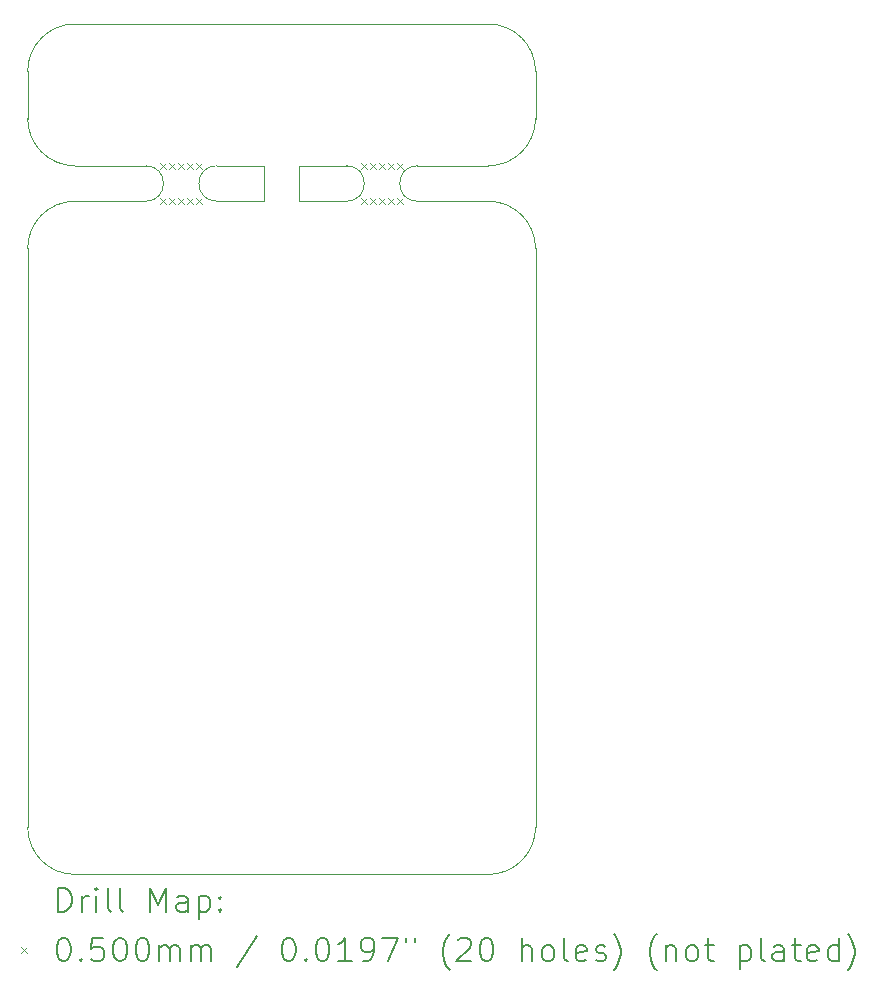
<source format=gbr>
%TF.GenerationSoftware,KiCad,Pcbnew,8.0.5*%
%TF.CreationDate,2025-01-18T12:13:10+01:00*%
%TF.ProjectId,Floppy voltmeter clock,466c6f70-7079-4207-966f-6c746d657465,1.0*%
%TF.SameCoordinates,Original*%
%TF.FileFunction,Drillmap*%
%TF.FilePolarity,Positive*%
%FSLAX45Y45*%
G04 Gerber Fmt 4.5, Leading zero omitted, Abs format (unit mm)*
G04 Created by KiCad (PCBNEW 8.0.5) date 2025-01-18 12:13:10*
%MOMM*%
%LPD*%
G01*
G04 APERTURE LIST*
%ADD10C,0.050000*%
%ADD11C,0.120000*%
%ADD12C,0.200000*%
%ADD13C,0.100000*%
G04 APERTURE END LIST*
D10*
X19700000Y-8300000D02*
X19700000Y-8000000D01*
X18100000Y-8000000D02*
G75*
G02*
X17700000Y-7600000I0J400000D01*
G01*
X21600000Y-6800000D02*
G75*
G02*
X22000000Y-7200000I0J-400000D01*
G01*
X18100000Y-14000000D02*
G75*
G02*
X17700000Y-13600000I0J400000D01*
G01*
X21000000Y-8000000D02*
X21600000Y-8000000D01*
X21600000Y-14000000D02*
X18100000Y-14000000D01*
X17700000Y-8700000D02*
G75*
G02*
X18100000Y-8300000I400000J0D01*
G01*
X22000000Y-7200000D02*
X22000000Y-7600000D01*
X19300000Y-8300000D02*
X19700000Y-8300000D01*
X22000000Y-7600000D02*
G75*
G02*
X21600000Y-8000000I-400000J0D01*
G01*
X22000000Y-13600000D02*
X22000000Y-8700000D01*
X21600000Y-6800000D02*
X18100000Y-6800000D01*
X22000000Y-13600000D02*
G75*
G02*
X21600000Y-14000000I-400000J0D01*
G01*
X18100000Y-8000000D02*
X18700000Y-8000000D01*
X20000000Y-8000000D02*
X20000000Y-8300000D01*
X17700000Y-8700000D02*
X17700000Y-13600000D01*
X17700000Y-7200000D02*
X17700000Y-7600000D01*
X19700000Y-8000000D02*
X19300000Y-8000000D01*
X20000000Y-8300000D02*
X20400000Y-8300000D01*
X21600000Y-8300000D02*
X21000000Y-8300000D01*
X21600000Y-8300000D02*
G75*
G02*
X22000000Y-8700000I0J-400000D01*
G01*
X20400000Y-8000000D02*
X20000000Y-8000000D01*
X18700000Y-8300000D02*
X18100000Y-8300000D01*
X17700000Y-7200000D02*
G75*
G02*
X18100000Y-6800000I400000J0D01*
G01*
D11*
X20400000Y-8000000D02*
G75*
G02*
X20400000Y-8300000I0J-150000D01*
G01*
X21000000Y-8300000D02*
G75*
G02*
X21000000Y-8000000I0J150000D01*
G01*
X18700000Y-8000000D02*
G75*
G02*
X18700000Y-8300000I0J-150000D01*
G01*
X19300000Y-8300000D02*
G75*
G02*
X19300000Y-8000000I0J150000D01*
G01*
D12*
D13*
X18823800Y-7975000D02*
X18873800Y-8025000D01*
X18873800Y-7975000D02*
X18823800Y-8025000D01*
X18823800Y-8275000D02*
X18873800Y-8325000D01*
X18873800Y-8275000D02*
X18823800Y-8325000D01*
X18898800Y-8275000D02*
X18948800Y-8325000D01*
X18948800Y-8275000D02*
X18898800Y-8325000D01*
X18900000Y-7975000D02*
X18950000Y-8025000D01*
X18950000Y-7975000D02*
X18900000Y-8025000D01*
X18975000Y-7975000D02*
X19025000Y-8025000D01*
X19025000Y-7975000D02*
X18975000Y-8025000D01*
X18975000Y-8275000D02*
X19025000Y-8325000D01*
X19025000Y-8275000D02*
X18975000Y-8325000D01*
X19050000Y-7975000D02*
X19100000Y-8025000D01*
X19100000Y-7975000D02*
X19050000Y-8025000D01*
X19050000Y-8275000D02*
X19100000Y-8325000D01*
X19100000Y-8275000D02*
X19050000Y-8325000D01*
X19127400Y-7975000D02*
X19177400Y-8025000D01*
X19177400Y-7975000D02*
X19127400Y-8025000D01*
X19127400Y-8275000D02*
X19177400Y-8325000D01*
X19177400Y-8275000D02*
X19127400Y-8325000D01*
X20523800Y-7975000D02*
X20573800Y-8025000D01*
X20573800Y-7975000D02*
X20523800Y-8025000D01*
X20523800Y-8275000D02*
X20573800Y-8325000D01*
X20573800Y-8275000D02*
X20523800Y-8325000D01*
X20598800Y-8275000D02*
X20648800Y-8325000D01*
X20648800Y-8275000D02*
X20598800Y-8325000D01*
X20600000Y-7975000D02*
X20650000Y-8025000D01*
X20650000Y-7975000D02*
X20600000Y-8025000D01*
X20675000Y-7975000D02*
X20725000Y-8025000D01*
X20725000Y-7975000D02*
X20675000Y-8025000D01*
X20675000Y-8275000D02*
X20725000Y-8325000D01*
X20725000Y-8275000D02*
X20675000Y-8325000D01*
X20750000Y-7975000D02*
X20800000Y-8025000D01*
X20800000Y-7975000D02*
X20750000Y-8025000D01*
X20750000Y-8275000D02*
X20800000Y-8325000D01*
X20800000Y-8275000D02*
X20750000Y-8325000D01*
X20827400Y-7975000D02*
X20877400Y-8025000D01*
X20877400Y-7975000D02*
X20827400Y-8025000D01*
X20827400Y-8275000D02*
X20877400Y-8325000D01*
X20877400Y-8275000D02*
X20827400Y-8325000D01*
D12*
X17958277Y-14313984D02*
X17958277Y-14113984D01*
X17958277Y-14113984D02*
X18005896Y-14113984D01*
X18005896Y-14113984D02*
X18034467Y-14123508D01*
X18034467Y-14123508D02*
X18053515Y-14142555D01*
X18053515Y-14142555D02*
X18063039Y-14161603D01*
X18063039Y-14161603D02*
X18072563Y-14199698D01*
X18072563Y-14199698D02*
X18072563Y-14228269D01*
X18072563Y-14228269D02*
X18063039Y-14266365D01*
X18063039Y-14266365D02*
X18053515Y-14285412D01*
X18053515Y-14285412D02*
X18034467Y-14304460D01*
X18034467Y-14304460D02*
X18005896Y-14313984D01*
X18005896Y-14313984D02*
X17958277Y-14313984D01*
X18158277Y-14313984D02*
X18158277Y-14180650D01*
X18158277Y-14218746D02*
X18167801Y-14199698D01*
X18167801Y-14199698D02*
X18177324Y-14190174D01*
X18177324Y-14190174D02*
X18196372Y-14180650D01*
X18196372Y-14180650D02*
X18215420Y-14180650D01*
X18282086Y-14313984D02*
X18282086Y-14180650D01*
X18282086Y-14113984D02*
X18272563Y-14123508D01*
X18272563Y-14123508D02*
X18282086Y-14133031D01*
X18282086Y-14133031D02*
X18291610Y-14123508D01*
X18291610Y-14123508D02*
X18282086Y-14113984D01*
X18282086Y-14113984D02*
X18282086Y-14133031D01*
X18405896Y-14313984D02*
X18386848Y-14304460D01*
X18386848Y-14304460D02*
X18377324Y-14285412D01*
X18377324Y-14285412D02*
X18377324Y-14113984D01*
X18510658Y-14313984D02*
X18491610Y-14304460D01*
X18491610Y-14304460D02*
X18482086Y-14285412D01*
X18482086Y-14285412D02*
X18482086Y-14113984D01*
X18739229Y-14313984D02*
X18739229Y-14113984D01*
X18739229Y-14113984D02*
X18805896Y-14256841D01*
X18805896Y-14256841D02*
X18872563Y-14113984D01*
X18872563Y-14113984D02*
X18872563Y-14313984D01*
X19053515Y-14313984D02*
X19053515Y-14209222D01*
X19053515Y-14209222D02*
X19043991Y-14190174D01*
X19043991Y-14190174D02*
X19024944Y-14180650D01*
X19024944Y-14180650D02*
X18986848Y-14180650D01*
X18986848Y-14180650D02*
X18967801Y-14190174D01*
X19053515Y-14304460D02*
X19034467Y-14313984D01*
X19034467Y-14313984D02*
X18986848Y-14313984D01*
X18986848Y-14313984D02*
X18967801Y-14304460D01*
X18967801Y-14304460D02*
X18958277Y-14285412D01*
X18958277Y-14285412D02*
X18958277Y-14266365D01*
X18958277Y-14266365D02*
X18967801Y-14247317D01*
X18967801Y-14247317D02*
X18986848Y-14237793D01*
X18986848Y-14237793D02*
X19034467Y-14237793D01*
X19034467Y-14237793D02*
X19053515Y-14228269D01*
X19148753Y-14180650D02*
X19148753Y-14380650D01*
X19148753Y-14190174D02*
X19167801Y-14180650D01*
X19167801Y-14180650D02*
X19205896Y-14180650D01*
X19205896Y-14180650D02*
X19224944Y-14190174D01*
X19224944Y-14190174D02*
X19234467Y-14199698D01*
X19234467Y-14199698D02*
X19243991Y-14218746D01*
X19243991Y-14218746D02*
X19243991Y-14275888D01*
X19243991Y-14275888D02*
X19234467Y-14294936D01*
X19234467Y-14294936D02*
X19224944Y-14304460D01*
X19224944Y-14304460D02*
X19205896Y-14313984D01*
X19205896Y-14313984D02*
X19167801Y-14313984D01*
X19167801Y-14313984D02*
X19148753Y-14304460D01*
X19329705Y-14294936D02*
X19339229Y-14304460D01*
X19339229Y-14304460D02*
X19329705Y-14313984D01*
X19329705Y-14313984D02*
X19320182Y-14304460D01*
X19320182Y-14304460D02*
X19329705Y-14294936D01*
X19329705Y-14294936D02*
X19329705Y-14313984D01*
X19329705Y-14190174D02*
X19339229Y-14199698D01*
X19339229Y-14199698D02*
X19329705Y-14209222D01*
X19329705Y-14209222D02*
X19320182Y-14199698D01*
X19320182Y-14199698D02*
X19329705Y-14190174D01*
X19329705Y-14190174D02*
X19329705Y-14209222D01*
D13*
X17647500Y-14617500D02*
X17697500Y-14667500D01*
X17697500Y-14617500D02*
X17647500Y-14667500D01*
D12*
X17996372Y-14533984D02*
X18015420Y-14533984D01*
X18015420Y-14533984D02*
X18034467Y-14543508D01*
X18034467Y-14543508D02*
X18043991Y-14553031D01*
X18043991Y-14553031D02*
X18053515Y-14572079D01*
X18053515Y-14572079D02*
X18063039Y-14610174D01*
X18063039Y-14610174D02*
X18063039Y-14657793D01*
X18063039Y-14657793D02*
X18053515Y-14695888D01*
X18053515Y-14695888D02*
X18043991Y-14714936D01*
X18043991Y-14714936D02*
X18034467Y-14724460D01*
X18034467Y-14724460D02*
X18015420Y-14733984D01*
X18015420Y-14733984D02*
X17996372Y-14733984D01*
X17996372Y-14733984D02*
X17977324Y-14724460D01*
X17977324Y-14724460D02*
X17967801Y-14714936D01*
X17967801Y-14714936D02*
X17958277Y-14695888D01*
X17958277Y-14695888D02*
X17948753Y-14657793D01*
X17948753Y-14657793D02*
X17948753Y-14610174D01*
X17948753Y-14610174D02*
X17958277Y-14572079D01*
X17958277Y-14572079D02*
X17967801Y-14553031D01*
X17967801Y-14553031D02*
X17977324Y-14543508D01*
X17977324Y-14543508D02*
X17996372Y-14533984D01*
X18148753Y-14714936D02*
X18158277Y-14724460D01*
X18158277Y-14724460D02*
X18148753Y-14733984D01*
X18148753Y-14733984D02*
X18139229Y-14724460D01*
X18139229Y-14724460D02*
X18148753Y-14714936D01*
X18148753Y-14714936D02*
X18148753Y-14733984D01*
X18339229Y-14533984D02*
X18243991Y-14533984D01*
X18243991Y-14533984D02*
X18234467Y-14629222D01*
X18234467Y-14629222D02*
X18243991Y-14619698D01*
X18243991Y-14619698D02*
X18263039Y-14610174D01*
X18263039Y-14610174D02*
X18310658Y-14610174D01*
X18310658Y-14610174D02*
X18329705Y-14619698D01*
X18329705Y-14619698D02*
X18339229Y-14629222D01*
X18339229Y-14629222D02*
X18348753Y-14648269D01*
X18348753Y-14648269D02*
X18348753Y-14695888D01*
X18348753Y-14695888D02*
X18339229Y-14714936D01*
X18339229Y-14714936D02*
X18329705Y-14724460D01*
X18329705Y-14724460D02*
X18310658Y-14733984D01*
X18310658Y-14733984D02*
X18263039Y-14733984D01*
X18263039Y-14733984D02*
X18243991Y-14724460D01*
X18243991Y-14724460D02*
X18234467Y-14714936D01*
X18472563Y-14533984D02*
X18491610Y-14533984D01*
X18491610Y-14533984D02*
X18510658Y-14543508D01*
X18510658Y-14543508D02*
X18520182Y-14553031D01*
X18520182Y-14553031D02*
X18529705Y-14572079D01*
X18529705Y-14572079D02*
X18539229Y-14610174D01*
X18539229Y-14610174D02*
X18539229Y-14657793D01*
X18539229Y-14657793D02*
X18529705Y-14695888D01*
X18529705Y-14695888D02*
X18520182Y-14714936D01*
X18520182Y-14714936D02*
X18510658Y-14724460D01*
X18510658Y-14724460D02*
X18491610Y-14733984D01*
X18491610Y-14733984D02*
X18472563Y-14733984D01*
X18472563Y-14733984D02*
X18453515Y-14724460D01*
X18453515Y-14724460D02*
X18443991Y-14714936D01*
X18443991Y-14714936D02*
X18434467Y-14695888D01*
X18434467Y-14695888D02*
X18424944Y-14657793D01*
X18424944Y-14657793D02*
X18424944Y-14610174D01*
X18424944Y-14610174D02*
X18434467Y-14572079D01*
X18434467Y-14572079D02*
X18443991Y-14553031D01*
X18443991Y-14553031D02*
X18453515Y-14543508D01*
X18453515Y-14543508D02*
X18472563Y-14533984D01*
X18663039Y-14533984D02*
X18682086Y-14533984D01*
X18682086Y-14533984D02*
X18701134Y-14543508D01*
X18701134Y-14543508D02*
X18710658Y-14553031D01*
X18710658Y-14553031D02*
X18720182Y-14572079D01*
X18720182Y-14572079D02*
X18729705Y-14610174D01*
X18729705Y-14610174D02*
X18729705Y-14657793D01*
X18729705Y-14657793D02*
X18720182Y-14695888D01*
X18720182Y-14695888D02*
X18710658Y-14714936D01*
X18710658Y-14714936D02*
X18701134Y-14724460D01*
X18701134Y-14724460D02*
X18682086Y-14733984D01*
X18682086Y-14733984D02*
X18663039Y-14733984D01*
X18663039Y-14733984D02*
X18643991Y-14724460D01*
X18643991Y-14724460D02*
X18634467Y-14714936D01*
X18634467Y-14714936D02*
X18624944Y-14695888D01*
X18624944Y-14695888D02*
X18615420Y-14657793D01*
X18615420Y-14657793D02*
X18615420Y-14610174D01*
X18615420Y-14610174D02*
X18624944Y-14572079D01*
X18624944Y-14572079D02*
X18634467Y-14553031D01*
X18634467Y-14553031D02*
X18643991Y-14543508D01*
X18643991Y-14543508D02*
X18663039Y-14533984D01*
X18815420Y-14733984D02*
X18815420Y-14600650D01*
X18815420Y-14619698D02*
X18824944Y-14610174D01*
X18824944Y-14610174D02*
X18843991Y-14600650D01*
X18843991Y-14600650D02*
X18872563Y-14600650D01*
X18872563Y-14600650D02*
X18891610Y-14610174D01*
X18891610Y-14610174D02*
X18901134Y-14629222D01*
X18901134Y-14629222D02*
X18901134Y-14733984D01*
X18901134Y-14629222D02*
X18910658Y-14610174D01*
X18910658Y-14610174D02*
X18929705Y-14600650D01*
X18929705Y-14600650D02*
X18958277Y-14600650D01*
X18958277Y-14600650D02*
X18977325Y-14610174D01*
X18977325Y-14610174D02*
X18986848Y-14629222D01*
X18986848Y-14629222D02*
X18986848Y-14733984D01*
X19082086Y-14733984D02*
X19082086Y-14600650D01*
X19082086Y-14619698D02*
X19091610Y-14610174D01*
X19091610Y-14610174D02*
X19110658Y-14600650D01*
X19110658Y-14600650D02*
X19139229Y-14600650D01*
X19139229Y-14600650D02*
X19158277Y-14610174D01*
X19158277Y-14610174D02*
X19167801Y-14629222D01*
X19167801Y-14629222D02*
X19167801Y-14733984D01*
X19167801Y-14629222D02*
X19177325Y-14610174D01*
X19177325Y-14610174D02*
X19196372Y-14600650D01*
X19196372Y-14600650D02*
X19224944Y-14600650D01*
X19224944Y-14600650D02*
X19243991Y-14610174D01*
X19243991Y-14610174D02*
X19253515Y-14629222D01*
X19253515Y-14629222D02*
X19253515Y-14733984D01*
X19643991Y-14524460D02*
X19472563Y-14781603D01*
X19901134Y-14533984D02*
X19920182Y-14533984D01*
X19920182Y-14533984D02*
X19939229Y-14543508D01*
X19939229Y-14543508D02*
X19948753Y-14553031D01*
X19948753Y-14553031D02*
X19958277Y-14572079D01*
X19958277Y-14572079D02*
X19967801Y-14610174D01*
X19967801Y-14610174D02*
X19967801Y-14657793D01*
X19967801Y-14657793D02*
X19958277Y-14695888D01*
X19958277Y-14695888D02*
X19948753Y-14714936D01*
X19948753Y-14714936D02*
X19939229Y-14724460D01*
X19939229Y-14724460D02*
X19920182Y-14733984D01*
X19920182Y-14733984D02*
X19901134Y-14733984D01*
X19901134Y-14733984D02*
X19882087Y-14724460D01*
X19882087Y-14724460D02*
X19872563Y-14714936D01*
X19872563Y-14714936D02*
X19863039Y-14695888D01*
X19863039Y-14695888D02*
X19853515Y-14657793D01*
X19853515Y-14657793D02*
X19853515Y-14610174D01*
X19853515Y-14610174D02*
X19863039Y-14572079D01*
X19863039Y-14572079D02*
X19872563Y-14553031D01*
X19872563Y-14553031D02*
X19882087Y-14543508D01*
X19882087Y-14543508D02*
X19901134Y-14533984D01*
X20053515Y-14714936D02*
X20063039Y-14724460D01*
X20063039Y-14724460D02*
X20053515Y-14733984D01*
X20053515Y-14733984D02*
X20043991Y-14724460D01*
X20043991Y-14724460D02*
X20053515Y-14714936D01*
X20053515Y-14714936D02*
X20053515Y-14733984D01*
X20186848Y-14533984D02*
X20205896Y-14533984D01*
X20205896Y-14533984D02*
X20224944Y-14543508D01*
X20224944Y-14543508D02*
X20234468Y-14553031D01*
X20234468Y-14553031D02*
X20243991Y-14572079D01*
X20243991Y-14572079D02*
X20253515Y-14610174D01*
X20253515Y-14610174D02*
X20253515Y-14657793D01*
X20253515Y-14657793D02*
X20243991Y-14695888D01*
X20243991Y-14695888D02*
X20234468Y-14714936D01*
X20234468Y-14714936D02*
X20224944Y-14724460D01*
X20224944Y-14724460D02*
X20205896Y-14733984D01*
X20205896Y-14733984D02*
X20186848Y-14733984D01*
X20186848Y-14733984D02*
X20167801Y-14724460D01*
X20167801Y-14724460D02*
X20158277Y-14714936D01*
X20158277Y-14714936D02*
X20148753Y-14695888D01*
X20148753Y-14695888D02*
X20139229Y-14657793D01*
X20139229Y-14657793D02*
X20139229Y-14610174D01*
X20139229Y-14610174D02*
X20148753Y-14572079D01*
X20148753Y-14572079D02*
X20158277Y-14553031D01*
X20158277Y-14553031D02*
X20167801Y-14543508D01*
X20167801Y-14543508D02*
X20186848Y-14533984D01*
X20443991Y-14733984D02*
X20329706Y-14733984D01*
X20386848Y-14733984D02*
X20386848Y-14533984D01*
X20386848Y-14533984D02*
X20367801Y-14562555D01*
X20367801Y-14562555D02*
X20348753Y-14581603D01*
X20348753Y-14581603D02*
X20329706Y-14591127D01*
X20539229Y-14733984D02*
X20577325Y-14733984D01*
X20577325Y-14733984D02*
X20596372Y-14724460D01*
X20596372Y-14724460D02*
X20605896Y-14714936D01*
X20605896Y-14714936D02*
X20624944Y-14686365D01*
X20624944Y-14686365D02*
X20634468Y-14648269D01*
X20634468Y-14648269D02*
X20634468Y-14572079D01*
X20634468Y-14572079D02*
X20624944Y-14553031D01*
X20624944Y-14553031D02*
X20615420Y-14543508D01*
X20615420Y-14543508D02*
X20596372Y-14533984D01*
X20596372Y-14533984D02*
X20558277Y-14533984D01*
X20558277Y-14533984D02*
X20539229Y-14543508D01*
X20539229Y-14543508D02*
X20529706Y-14553031D01*
X20529706Y-14553031D02*
X20520182Y-14572079D01*
X20520182Y-14572079D02*
X20520182Y-14619698D01*
X20520182Y-14619698D02*
X20529706Y-14638746D01*
X20529706Y-14638746D02*
X20539229Y-14648269D01*
X20539229Y-14648269D02*
X20558277Y-14657793D01*
X20558277Y-14657793D02*
X20596372Y-14657793D01*
X20596372Y-14657793D02*
X20615420Y-14648269D01*
X20615420Y-14648269D02*
X20624944Y-14638746D01*
X20624944Y-14638746D02*
X20634468Y-14619698D01*
X20701134Y-14533984D02*
X20834468Y-14533984D01*
X20834468Y-14533984D02*
X20748753Y-14733984D01*
X20901134Y-14533984D02*
X20901134Y-14572079D01*
X20977325Y-14533984D02*
X20977325Y-14572079D01*
X21272563Y-14810174D02*
X21263039Y-14800650D01*
X21263039Y-14800650D02*
X21243991Y-14772079D01*
X21243991Y-14772079D02*
X21234468Y-14753031D01*
X21234468Y-14753031D02*
X21224944Y-14724460D01*
X21224944Y-14724460D02*
X21215420Y-14676841D01*
X21215420Y-14676841D02*
X21215420Y-14638746D01*
X21215420Y-14638746D02*
X21224944Y-14591127D01*
X21224944Y-14591127D02*
X21234468Y-14562555D01*
X21234468Y-14562555D02*
X21243991Y-14543508D01*
X21243991Y-14543508D02*
X21263039Y-14514936D01*
X21263039Y-14514936D02*
X21272563Y-14505412D01*
X21339230Y-14553031D02*
X21348753Y-14543508D01*
X21348753Y-14543508D02*
X21367801Y-14533984D01*
X21367801Y-14533984D02*
X21415420Y-14533984D01*
X21415420Y-14533984D02*
X21434468Y-14543508D01*
X21434468Y-14543508D02*
X21443991Y-14553031D01*
X21443991Y-14553031D02*
X21453515Y-14572079D01*
X21453515Y-14572079D02*
X21453515Y-14591127D01*
X21453515Y-14591127D02*
X21443991Y-14619698D01*
X21443991Y-14619698D02*
X21329706Y-14733984D01*
X21329706Y-14733984D02*
X21453515Y-14733984D01*
X21577325Y-14533984D02*
X21596372Y-14533984D01*
X21596372Y-14533984D02*
X21615420Y-14543508D01*
X21615420Y-14543508D02*
X21624944Y-14553031D01*
X21624944Y-14553031D02*
X21634468Y-14572079D01*
X21634468Y-14572079D02*
X21643991Y-14610174D01*
X21643991Y-14610174D02*
X21643991Y-14657793D01*
X21643991Y-14657793D02*
X21634468Y-14695888D01*
X21634468Y-14695888D02*
X21624944Y-14714936D01*
X21624944Y-14714936D02*
X21615420Y-14724460D01*
X21615420Y-14724460D02*
X21596372Y-14733984D01*
X21596372Y-14733984D02*
X21577325Y-14733984D01*
X21577325Y-14733984D02*
X21558277Y-14724460D01*
X21558277Y-14724460D02*
X21548753Y-14714936D01*
X21548753Y-14714936D02*
X21539230Y-14695888D01*
X21539230Y-14695888D02*
X21529706Y-14657793D01*
X21529706Y-14657793D02*
X21529706Y-14610174D01*
X21529706Y-14610174D02*
X21539230Y-14572079D01*
X21539230Y-14572079D02*
X21548753Y-14553031D01*
X21548753Y-14553031D02*
X21558277Y-14543508D01*
X21558277Y-14543508D02*
X21577325Y-14533984D01*
X21882087Y-14733984D02*
X21882087Y-14533984D01*
X21967801Y-14733984D02*
X21967801Y-14629222D01*
X21967801Y-14629222D02*
X21958277Y-14610174D01*
X21958277Y-14610174D02*
X21939230Y-14600650D01*
X21939230Y-14600650D02*
X21910658Y-14600650D01*
X21910658Y-14600650D02*
X21891611Y-14610174D01*
X21891611Y-14610174D02*
X21882087Y-14619698D01*
X22091611Y-14733984D02*
X22072563Y-14724460D01*
X22072563Y-14724460D02*
X22063039Y-14714936D01*
X22063039Y-14714936D02*
X22053515Y-14695888D01*
X22053515Y-14695888D02*
X22053515Y-14638746D01*
X22053515Y-14638746D02*
X22063039Y-14619698D01*
X22063039Y-14619698D02*
X22072563Y-14610174D01*
X22072563Y-14610174D02*
X22091611Y-14600650D01*
X22091611Y-14600650D02*
X22120182Y-14600650D01*
X22120182Y-14600650D02*
X22139230Y-14610174D01*
X22139230Y-14610174D02*
X22148753Y-14619698D01*
X22148753Y-14619698D02*
X22158277Y-14638746D01*
X22158277Y-14638746D02*
X22158277Y-14695888D01*
X22158277Y-14695888D02*
X22148753Y-14714936D01*
X22148753Y-14714936D02*
X22139230Y-14724460D01*
X22139230Y-14724460D02*
X22120182Y-14733984D01*
X22120182Y-14733984D02*
X22091611Y-14733984D01*
X22272563Y-14733984D02*
X22253515Y-14724460D01*
X22253515Y-14724460D02*
X22243992Y-14705412D01*
X22243992Y-14705412D02*
X22243992Y-14533984D01*
X22424944Y-14724460D02*
X22405896Y-14733984D01*
X22405896Y-14733984D02*
X22367801Y-14733984D01*
X22367801Y-14733984D02*
X22348753Y-14724460D01*
X22348753Y-14724460D02*
X22339230Y-14705412D01*
X22339230Y-14705412D02*
X22339230Y-14629222D01*
X22339230Y-14629222D02*
X22348753Y-14610174D01*
X22348753Y-14610174D02*
X22367801Y-14600650D01*
X22367801Y-14600650D02*
X22405896Y-14600650D01*
X22405896Y-14600650D02*
X22424944Y-14610174D01*
X22424944Y-14610174D02*
X22434468Y-14629222D01*
X22434468Y-14629222D02*
X22434468Y-14648269D01*
X22434468Y-14648269D02*
X22339230Y-14667317D01*
X22510658Y-14724460D02*
X22529706Y-14733984D01*
X22529706Y-14733984D02*
X22567801Y-14733984D01*
X22567801Y-14733984D02*
X22586849Y-14724460D01*
X22586849Y-14724460D02*
X22596372Y-14705412D01*
X22596372Y-14705412D02*
X22596372Y-14695888D01*
X22596372Y-14695888D02*
X22586849Y-14676841D01*
X22586849Y-14676841D02*
X22567801Y-14667317D01*
X22567801Y-14667317D02*
X22539230Y-14667317D01*
X22539230Y-14667317D02*
X22520182Y-14657793D01*
X22520182Y-14657793D02*
X22510658Y-14638746D01*
X22510658Y-14638746D02*
X22510658Y-14629222D01*
X22510658Y-14629222D02*
X22520182Y-14610174D01*
X22520182Y-14610174D02*
X22539230Y-14600650D01*
X22539230Y-14600650D02*
X22567801Y-14600650D01*
X22567801Y-14600650D02*
X22586849Y-14610174D01*
X22663039Y-14810174D02*
X22672563Y-14800650D01*
X22672563Y-14800650D02*
X22691611Y-14772079D01*
X22691611Y-14772079D02*
X22701134Y-14753031D01*
X22701134Y-14753031D02*
X22710658Y-14724460D01*
X22710658Y-14724460D02*
X22720182Y-14676841D01*
X22720182Y-14676841D02*
X22720182Y-14638746D01*
X22720182Y-14638746D02*
X22710658Y-14591127D01*
X22710658Y-14591127D02*
X22701134Y-14562555D01*
X22701134Y-14562555D02*
X22691611Y-14543508D01*
X22691611Y-14543508D02*
X22672563Y-14514936D01*
X22672563Y-14514936D02*
X22663039Y-14505412D01*
X23024944Y-14810174D02*
X23015420Y-14800650D01*
X23015420Y-14800650D02*
X22996372Y-14772079D01*
X22996372Y-14772079D02*
X22986849Y-14753031D01*
X22986849Y-14753031D02*
X22977325Y-14724460D01*
X22977325Y-14724460D02*
X22967801Y-14676841D01*
X22967801Y-14676841D02*
X22967801Y-14638746D01*
X22967801Y-14638746D02*
X22977325Y-14591127D01*
X22977325Y-14591127D02*
X22986849Y-14562555D01*
X22986849Y-14562555D02*
X22996372Y-14543508D01*
X22996372Y-14543508D02*
X23015420Y-14514936D01*
X23015420Y-14514936D02*
X23024944Y-14505412D01*
X23101134Y-14600650D02*
X23101134Y-14733984D01*
X23101134Y-14619698D02*
X23110658Y-14610174D01*
X23110658Y-14610174D02*
X23129706Y-14600650D01*
X23129706Y-14600650D02*
X23158277Y-14600650D01*
X23158277Y-14600650D02*
X23177325Y-14610174D01*
X23177325Y-14610174D02*
X23186849Y-14629222D01*
X23186849Y-14629222D02*
X23186849Y-14733984D01*
X23310658Y-14733984D02*
X23291611Y-14724460D01*
X23291611Y-14724460D02*
X23282087Y-14714936D01*
X23282087Y-14714936D02*
X23272563Y-14695888D01*
X23272563Y-14695888D02*
X23272563Y-14638746D01*
X23272563Y-14638746D02*
X23282087Y-14619698D01*
X23282087Y-14619698D02*
X23291611Y-14610174D01*
X23291611Y-14610174D02*
X23310658Y-14600650D01*
X23310658Y-14600650D02*
X23339230Y-14600650D01*
X23339230Y-14600650D02*
X23358277Y-14610174D01*
X23358277Y-14610174D02*
X23367801Y-14619698D01*
X23367801Y-14619698D02*
X23377325Y-14638746D01*
X23377325Y-14638746D02*
X23377325Y-14695888D01*
X23377325Y-14695888D02*
X23367801Y-14714936D01*
X23367801Y-14714936D02*
X23358277Y-14724460D01*
X23358277Y-14724460D02*
X23339230Y-14733984D01*
X23339230Y-14733984D02*
X23310658Y-14733984D01*
X23434468Y-14600650D02*
X23510658Y-14600650D01*
X23463039Y-14533984D02*
X23463039Y-14705412D01*
X23463039Y-14705412D02*
X23472563Y-14724460D01*
X23472563Y-14724460D02*
X23491611Y-14733984D01*
X23491611Y-14733984D02*
X23510658Y-14733984D01*
X23729706Y-14600650D02*
X23729706Y-14800650D01*
X23729706Y-14610174D02*
X23748753Y-14600650D01*
X23748753Y-14600650D02*
X23786849Y-14600650D01*
X23786849Y-14600650D02*
X23805896Y-14610174D01*
X23805896Y-14610174D02*
X23815420Y-14619698D01*
X23815420Y-14619698D02*
X23824944Y-14638746D01*
X23824944Y-14638746D02*
X23824944Y-14695888D01*
X23824944Y-14695888D02*
X23815420Y-14714936D01*
X23815420Y-14714936D02*
X23805896Y-14724460D01*
X23805896Y-14724460D02*
X23786849Y-14733984D01*
X23786849Y-14733984D02*
X23748753Y-14733984D01*
X23748753Y-14733984D02*
X23729706Y-14724460D01*
X23939230Y-14733984D02*
X23920182Y-14724460D01*
X23920182Y-14724460D02*
X23910658Y-14705412D01*
X23910658Y-14705412D02*
X23910658Y-14533984D01*
X24101134Y-14733984D02*
X24101134Y-14629222D01*
X24101134Y-14629222D02*
X24091611Y-14610174D01*
X24091611Y-14610174D02*
X24072563Y-14600650D01*
X24072563Y-14600650D02*
X24034468Y-14600650D01*
X24034468Y-14600650D02*
X24015420Y-14610174D01*
X24101134Y-14724460D02*
X24082087Y-14733984D01*
X24082087Y-14733984D02*
X24034468Y-14733984D01*
X24034468Y-14733984D02*
X24015420Y-14724460D01*
X24015420Y-14724460D02*
X24005896Y-14705412D01*
X24005896Y-14705412D02*
X24005896Y-14686365D01*
X24005896Y-14686365D02*
X24015420Y-14667317D01*
X24015420Y-14667317D02*
X24034468Y-14657793D01*
X24034468Y-14657793D02*
X24082087Y-14657793D01*
X24082087Y-14657793D02*
X24101134Y-14648269D01*
X24167801Y-14600650D02*
X24243992Y-14600650D01*
X24196373Y-14533984D02*
X24196373Y-14705412D01*
X24196373Y-14705412D02*
X24205896Y-14724460D01*
X24205896Y-14724460D02*
X24224944Y-14733984D01*
X24224944Y-14733984D02*
X24243992Y-14733984D01*
X24386849Y-14724460D02*
X24367801Y-14733984D01*
X24367801Y-14733984D02*
X24329706Y-14733984D01*
X24329706Y-14733984D02*
X24310658Y-14724460D01*
X24310658Y-14724460D02*
X24301134Y-14705412D01*
X24301134Y-14705412D02*
X24301134Y-14629222D01*
X24301134Y-14629222D02*
X24310658Y-14610174D01*
X24310658Y-14610174D02*
X24329706Y-14600650D01*
X24329706Y-14600650D02*
X24367801Y-14600650D01*
X24367801Y-14600650D02*
X24386849Y-14610174D01*
X24386849Y-14610174D02*
X24396373Y-14629222D01*
X24396373Y-14629222D02*
X24396373Y-14648269D01*
X24396373Y-14648269D02*
X24301134Y-14667317D01*
X24567801Y-14733984D02*
X24567801Y-14533984D01*
X24567801Y-14724460D02*
X24548754Y-14733984D01*
X24548754Y-14733984D02*
X24510658Y-14733984D01*
X24510658Y-14733984D02*
X24491611Y-14724460D01*
X24491611Y-14724460D02*
X24482087Y-14714936D01*
X24482087Y-14714936D02*
X24472563Y-14695888D01*
X24472563Y-14695888D02*
X24472563Y-14638746D01*
X24472563Y-14638746D02*
X24482087Y-14619698D01*
X24482087Y-14619698D02*
X24491611Y-14610174D01*
X24491611Y-14610174D02*
X24510658Y-14600650D01*
X24510658Y-14600650D02*
X24548754Y-14600650D01*
X24548754Y-14600650D02*
X24567801Y-14610174D01*
X24643992Y-14810174D02*
X24653515Y-14800650D01*
X24653515Y-14800650D02*
X24672563Y-14772079D01*
X24672563Y-14772079D02*
X24682087Y-14753031D01*
X24682087Y-14753031D02*
X24691611Y-14724460D01*
X24691611Y-14724460D02*
X24701134Y-14676841D01*
X24701134Y-14676841D02*
X24701134Y-14638746D01*
X24701134Y-14638746D02*
X24691611Y-14591127D01*
X24691611Y-14591127D02*
X24682087Y-14562555D01*
X24682087Y-14562555D02*
X24672563Y-14543508D01*
X24672563Y-14543508D02*
X24653515Y-14514936D01*
X24653515Y-14514936D02*
X24643992Y-14505412D01*
M02*

</source>
